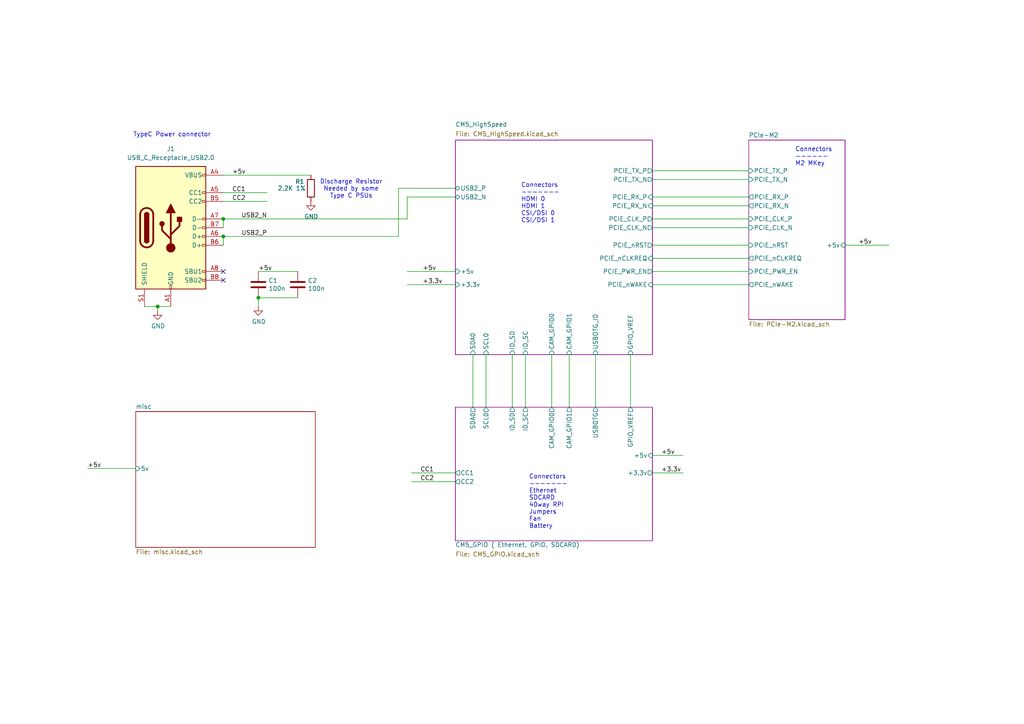
<source format=kicad_sch>
(kicad_sch (version 20231120) (generator "eeschema") (generator_version "8.0")
  (paper "A4")
  (lib_symbols
    (symbol "Connector:USB_C_Receptacle_USB2.0_16P" (pin_names (offset 1.016))
      (property "Reference" "J" (at 0 22.225 0))
      (property "Value" "USB_C_Receptacle_USB2.0_16P" (at 0 19.685 0))
      (symbol "USB_C_Receptacle_USB2.0_16P_0_0"
        (rectangle (start -0.254 -17.78) (end 0.254 -16.764))
        (rectangle (start 10.16 -14.986) (end 9.144 -15.494))
        (rectangle (start 10.16 -12.446) (end 9.144 -12.954))
        (rectangle (start 10.16 -4.826) (end 9.144 -5.334))
        (rectangle (start 10.16 -2.286) (end 9.144 -2.794))
        (rectangle (start 10.16 0.254) (end 9.144 -0.254))
        (rectangle (start 10.16 2.794) (end 9.144 2.286))
        (rectangle (start 10.16 7.874) (end 9.144 7.366))
        (rectangle (start 10.16 10.414) (end 9.144 9.906))
        (rectangle (start 10.16 15.494) (end 9.144 14.986))
      )
      (symbol "USB_C_Receptacle_USB2.0_16P_0_1"
        (rectangle (start -10.16 17.78) (end 10.16 -17.78) (stroke (width 0.254)) (fill (type background)))
        (arc (start -8.89 -3.81) (mid -6.985 -5.7067) (end -5.08 -3.81) (stroke (width 0.508)))
        (arc (start -7.62 -3.81) (mid -6.985 -4.4423) (end -6.35 -3.81) (stroke (width 0.254)))
        (arc (start -7.62 -3.81) (mid -6.985 -4.4423) (end -6.35 -3.81) (stroke (width 0.254)) (fill (type outline)))
        (rectangle (start -7.62 -3.81) (end -6.35 3.81) (stroke (width 0.254)) (fill (type outline)))
        (arc (start -6.35 3.81) (mid -6.985 4.4423) (end -7.62 3.81) (stroke (width 0.254)))
        (arc (start -6.35 3.81) (mid -6.985 4.4423) (end -7.62 3.81) (stroke (width 0.254)) (fill (type outline)))
        (arc (start -5.08 3.81) (mid -6.985 5.7067) (end -8.89 3.81) (stroke (width 0.508)))
        (circle (center -2.54 1.143) (radius 0.635) (stroke (width 0.254)) (fill (type outline)))
        (circle (center 0 -5.842) (radius 1.27) (fill (type outline)))
        (polyline (pts (xy -8.89 -3.81) (xy -8.89 3.81)) (stroke (width 0.508)))
        (polyline (pts (xy -5.08 3.81) (xy -5.08 -3.81)) (stroke (width 0.508)))
        (polyline (pts (xy 0 -5.842) (xy 0 4.318)) (stroke (width 0.508)))
        (polyline (pts (xy 0 -3.302) (xy -2.54 -0.762) (xy -2.54 0.508)) (stroke (width 0.508)))
        (polyline (pts (xy 0 -2.032) (xy 2.54 0.508) (xy 2.54 1.778)) (stroke (width 0.508)))
        (polyline (pts (xy -1.27 4.318) (xy 0 6.858) (xy 1.27 4.318) (xy -1.27 4.318)) (stroke (width 0.254)) (fill (type outline)))
        (rectangle (start 1.905 1.778) (end 3.175 3.048) (stroke (width 0.254)) (fill (type outline)))
      )
      (symbol "USB_C_Receptacle_USB2.0_16P_1_1"
        (pin passive line (at 0 -22.86 90) (length 5.08) (name "GND") (number "A1"))
        (pin passive line (at 0 -22.86 90) (length 5.08) hide (name "GND") (number "A12"))
        (pin passive line (at 15.24 15.24 180) (length 5.08) (name "VBUS") (number "A4"))
        (pin bidirectional line (at 15.24 10.16 180) (length 5.08) (name "CC1") (number "A5"))
        (pin bidirectional line (at 15.24 -2.54 180) (length 5.08) (name "D+") (number "A6"))
        (pin bidirectional line (at 15.24 2.54 180) (length 5.08) (name "D-") (number "A7"))
        (pin bidirectional line (at 15.24 -12.7 180) (length 5.08) (name "SBU1") (number "A8"))
        (pin passive line (at 15.24 15.24 180) (length 5.08) hide (name "VBUS") (number "A9"))
        (pin passive line (at 0 -22.86 90) (length 5.08) hide (name "GND") (number "B1"))
        (pin passive line (at 0 -22.86 90) (length 5.08) hide (name "GND") (number "B12"))
        (pin passive line (at 15.24 15.24 180) (length 5.08) hide (name "VBUS") (number "B4"))
        (pin bidirectional line (at 15.24 7.62 180) (length 5.08) (name "CC2") (number "B5"))
        (pin bidirectional line (at 15.24 -5.08 180) (length 5.08) (name "D+") (number "B6"))
        (pin bidirectional line (at 15.24 0 180) (length 5.08) (name "D-") (number "B7"))
        (pin bidirectional line (at 15.24 -15.24 180) (length 5.08) (name "SBU2") (number "B8"))
        (pin passive line (at 15.24 15.24 180) (length 5.08) hide (name "VBUS") (number "B9"))
        (pin passive line (at -7.62 -22.86 90) (length 5.08) (name "SHIELD") (number "S1"))
      )
    )
    (symbol "Device:C" (pin_numbers hide) (pin_names (offset 0.254))
      (property "Reference" "C" (at 0.635 2.54 0))
      (property "Value" "C" (at 0.635 -2.54 0))
      (symbol "C_0_1"
        (polyline (pts (xy -2.032 -0.762) (xy 2.032 -0.762)) (stroke (width 0.508)))
        (polyline (pts (xy -2.032 0.762) (xy 2.032 0.762)) (stroke (width 0.508)))
      )
      (symbol "C_1_1"
        (pin passive line (at 0 3.81 270) (length 2.794) (name "~") (number "1"))
        (pin passive line (at 0 -3.81 90) (length 2.794) (name "~") (number "2"))
      )
    )
    (symbol "Device:R" (pin_numbers hide) (pin_names (offset 0))
      (property "Reference" "R" (at 2.032 0 90))
      (property "Value" "R" (at 0 0 90))
      (symbol "R_0_1"
        (rectangle (start -1.016 -2.54) (end 1.016 2.54) (stroke (width 0.254)))
      )
      (symbol "R_1_1"
        (pin passive line (at 0 3.81 270) (length 1.27) (name "~") (number "1"))
        (pin passive line (at 0 -3.81 90) (length 1.27) (name "~") (number "2"))
      )
    )
    (symbol "power:GND" (power) (pin_numbers hide) (pin_names (offset 0) hide)
      (property "Value" "GND" (at 0 -3.81 0))
      (symbol "GND_0_1"
        (polyline (pts (xy 0 0) (xy 0 -1.27) (xy 1.27 -1.27) (xy 0 -2.54) (xy -1.27 -1.27) (xy 0 -1.27)))
      )
      (symbol "GND_1_1"
        (pin power_in line (at 0 0 270) (length 0) (name "~") (number "1"))
      )
    )
  )
  (junction (at 64.77 68.58))
  (junction (at 45.72 88.9))
  (junction (at 64.77 63.5))
  (junction (at 74.93 86.36))
  (no_connect (at 64.77 81.28))
  (no_connect (at 64.77 78.74))
  (wire (pts (xy 165.1 102.87) (xy 165.1 118.11)))
  (wire (pts (xy 74.93 78.74) (xy 86.36 78.74)))
  (wire (pts (xy 152.4 102.87) (xy 152.4 118.11)))
  (wire (pts (xy 41.91 88.9) (xy 45.72 88.9)))
  (wire (pts (xy 74.93 86.36) (xy 86.36 86.36)))
  (wire (pts (xy 115.57 54.61) (xy 115.57 68.58)))
  (wire (pts (xy 189.23 59.69) (xy 217.17 59.69)))
  (wire (pts (xy 115.57 54.61) (xy 132.08 54.61)))
  (wire (pts (xy 64.77 50.8) (xy 90.17 50.8)))
  (wire (pts (xy 118.11 57.15) (xy 132.08 57.15)))
  (wire (pts (xy 25.4 135.89) (xy 39.37 135.89)))
  (wire (pts (xy 189.23 52.07) (xy 217.17 52.07)))
  (wire (pts (xy 45.72 90.17) (xy 45.72 88.9)))
  (wire (pts (xy 64.77 55.88) (xy 77.47 55.88)))
  (wire (pts (xy 148.59 102.87) (xy 148.59 118.11)))
  (wire (pts (xy 189.23 66.04) (xy 217.17 66.04)))
  (wire (pts (xy 189.23 137.16) (xy 198.12 137.16)))
  (wire (pts (xy 74.93 86.36) (xy 74.93 88.9)))
  (wire (pts (xy 182.88 102.87) (xy 182.88 118.11)))
  (wire (pts (xy 119.38 137.16) (xy 132.08 137.16)))
  (wire (pts (xy 64.77 68.58) (xy 64.77 71.12)))
  (wire (pts (xy 119.38 139.7) (xy 132.08 139.7)))
  (wire (pts (xy 137.16 102.87) (xy 137.16 118.11)))
  (wire (pts (xy 189.23 57.15) (xy 217.17 57.15)))
  (wire (pts (xy 64.77 63.5) (xy 64.77 66.04)))
  (wire (pts (xy 118.11 78.74) (xy 132.08 78.74)))
  (wire (pts (xy 160.02 102.87) (xy 160.02 118.11)))
  (wire (pts (xy 118.11 63.5) (xy 118.11 57.15)))
  (wire (pts (xy 189.23 132.08) (xy 198.12 132.08)))
  (wire (pts (xy 45.72 88.9) (xy 49.53 88.9)))
  (wire (pts (xy 189.23 78.74) (xy 217.17 78.74)))
  (wire (pts (xy 64.77 58.42) (xy 77.47 58.42)))
  (wire (pts (xy 140.97 102.87) (xy 140.97 118.11)))
  (wire (pts (xy 64.77 68.58) (xy 115.57 68.58)))
  (wire (pts (xy 189.23 49.53) (xy 217.17 49.53)))
  (wire (pts (xy 189.23 74.93) (xy 217.17 74.93)))
  (wire (pts (xy 245.11 71.12) (xy 257.81 71.12)))
  (wire (pts (xy 189.23 63.5) (xy 217.17 63.5)))
  (wire (pts (xy 118.11 82.55) (xy 132.08 82.55)))
  (wire (pts (xy 64.77 63.5) (xy 118.11 63.5)))
  (wire (pts (xy 189.23 71.12) (xy 217.17 71.12)))
  (wire (pts (xy 189.23 82.55) (xy 217.17 82.55)))
  (wire (pts (xy 172.72 102.87) (xy 172.72 118.11)))
  (text "Connectors\n-------\nEthernet\nSDCARD\n40way RPI\nJumpers\nFan\nBattery" (at 153.416 153.416 0) (effects (font (size 1.27 1.27)) (justify left bottom)))
  (text "Connectors\n-------\nHDMI 0\nHDMI 1\nCSI/DSI 0\nCSI/DSI 1" (at 151.13 64.77 0) (effects (font (size 1.27 1.27)) (justify left bottom)))
  (text "Connectors\n------\nM2 MKey" (at 230.632 48.26 0) (effects (font (size 1.27 1.27)) (justify left bottom)))
  (text "TypeC Power connector" (at 38.608 39.878 0) (effects (font (size 1.27 1.27)) (justify left bottom)))
  (text "Discharge Resistor\nNeeded by some\nType C PSUs" (at 101.854 54.864 0) (effects (font (size 1.27 1.27))))
  (label "CC1" (at 121.92 137.16 0))
  (label "+5v" (at 25.4 135.89 0))
  (label "USB2_P" (at 77.47 68.58 180))
  (label "+5v" (at 74.93 78.74 0))
  (label "CC2" (at 121.92 139.7 0))
  (label "CC1" (at 67.31 55.88 0))
  (label "+3.3v" (at 122.555 82.55 0))
  (label "USB2_N" (at 77.47 63.5 180))
  (label "+5v" (at 191.77 132.08 0))
  (label "+5v" (at 248.92 71.12 0))
  (label "+5v" (at 122.555 78.74 0))
  (label "CC2" (at 67.31 58.42 0))
  (label "+5v" (at 67.31 50.8 0))
  (label "+3.3v" (at 191.77 137.16 0))
  (symbol (lib_id "power:GND") (at 45.72 90.17 0) (unit 1)
    (property "Reference" "#PWR01" (effects (hide yes)))
    (property "Value" "GND" (at 45.847 94.5642 0))
    (property "Description" "Power symbol creates a global label with name \"GND\" , ground" (effects (hide yes)))
  )
  (symbol (lib_id "Connector:USB_C_Receptacle_USB2.0_16P") (at 49.53 66.04 0) (unit 1)
    (property "Reference" "J1" (at 49.53 43.18 0))
    (property "Value" "USB_C_Receptacle_USB2.0" (at 49.53 45.72 0))
    (property "Footprint" "Connector_USB:USB_C_Receptacle_GCT_USB4105-xx-A_16P_TopMnt_Horizontal" (effects (hide yes)))
    (property "Datasheet" "https://www.usb.org/sites/default/files/documents/usb_type-c.zip" (effects (hide yes)))
    (property "Field5" "USBF31-0171" (effects (hide yes)))
    (property "Field6" "USBF31-0171" (effects (hide yes)))
    (property "Field7" "MTCONN" (effects (hide yes)))
    (property "Part Description" "USBC USB2 data and power connector" (effects (hide yes)))
  )
  (symbol (lib_id "power:GND") (at 90.17 58.42 0) (unit 1)
    (property "Reference" "#PWR03" (effects (hide yes)))
    (property "Value" "GND" (at 90.297 62.8142 0))
    (property "Description" "Power symbol creates a global label with name \"GND\" , ground" (effects (hide yes)))
  )
  (symbol (lib_id "power:GND") (at 74.93 88.9 0) (unit 1)
    (property "Reference" "#PWR02" (effects (hide yes)))
    (property "Value" "GND" (at 75.057 93.2942 0))
    (property "Description" "Power symbol creates a global label with name \"GND\" , ground" (effects (hide yes)))
  )
  (symbol (lib_id "Device:R") (at 90.17 54.61 0) (unit 1)
    (property "Reference" "R1" (at 85.598 52.705 0) (effects (justify left)))
    (property "Value" "2.2K 1%" (at 80.518 54.61 0) (effects (justify left)))
    (property "Footprint" "Resistor_SMD:R_0402_1005Metric" (effects (hide yes)))
    (property "Datasheet" "https://fscdn.rohm.com/en/products/databook/datasheet/passive/resistor/chip_resistor/mcr-e.pdf" (effects (hide yes)))
    (property "Field4" "Farnell" (effects (hide yes)))
    (property "Part Description" "Resistor 2.2K M1005 1% 63mW" (effects (hide yes)))
  )
  (symbol (lib_id "Device:C") (at 74.93 82.55 0) (unit 1)
    (property "Reference" "C1" (at 77.851 81.3816 0) (effects (justify left)))
    (property "Value" "100n" (at 77.851 83.693 0) (effects (justify left)))
    (property "Footprint" "Capacitor_SMD:C_0805_2012Metric_Pad1.18x1.45mm_HandSolder" (effects (hide yes)))
    (property "Field4" "Farnell" (effects (hide yes)))
    (property "Field5" "2611911" (effects (hide yes)))
    (property "Field6" "RM EMK105 B7104KV-F" (effects (hide yes)))
    (property "Field7" "TAIYO YUDEN EUROPE GMBH" (effects (hide yes)))
    (property "Field8" "110091611" (effects (hide yes)))
    (property "Part Description" "	0.1uF 10% 16V Ceramic Capacitor X7R 0402 (1005 Metric)" (effects (hide yes)))
    (property "digikey" "1276-1003-1-ND" (effects (hide yes)))
  )
  (symbol (lib_id "Device:C") (at 86.36 82.55 0) (unit 1)
    (property "Reference" "C2" (at 89.281 81.3816 0) (effects (justify left)))
    (property "Value" "100n" (at 89.281 83.693 0) (effects (justify left)))
    (property "Footprint" "Capacitor_SMD:C_0805_2012Metric_Pad1.18x1.45mm_HandSolder" (effects (hide yes)))
    (property "Field4" "Farnell" (effects (hide yes)))
    (property "Field5" "2611911" (effects (hide yes)))
    (property "Field6" "RM EMK105 B7104KV-F" (effects (hide yes)))
    (property "Field7" "TAIYO YUDEN EUROPE GMBH" (effects (hide yes)))
    (property "Field8" "110091611" (effects (hide yes)))
    (property "Part Description" "	0.1uF 10% 16V Ceramic Capacitor X7R 0402 (1005 Metric)" (effects (hide yes)))
    (property "digikey" "1276-1003-1-ND" (effects (hide yes)))
  )
  (sheet (at 39.37 119.38) (size 52.07 39.37) (stroke (width 0.1524))
    (property "Sheetname" "misc" (at 39.37 118.6684 0) (effects (justify left bottom)))
    (property "Sheetfile" "misc.kicad_sch" (at 39.37 159.3346 0) (effects (justify left top)))
    (pin "5v" input (at 39.37 135.89 180))
  )
  (sheet (at 132.08 40.64) (size 57.15 62.23) (stroke (width 0.1524) (color 132 0 132 1)) (fill (color 255 255 255 0.0000))
    (property "Sheetname" "CM5_HighSpeed" (at 132.08 36.83 0) (effects (justify left bottom)))
    (property "Sheetfile" "CM5_HighSpeed.kicad_sch" (at 132.08 38.1 0) (effects (justify left top)))
    (pin "USB2_N" bidirectional (at 132.08 57.15 180))
    (pin "USB2_P" bidirectional (at 132.08 54.61 180))
    (pin "ID_SC" input (at 152.4 102.87 270))
    (pin "ID_SD" input (at 148.59 102.87 270))
    (pin "SCL0" input (at 140.97 102.87 270))
    (pin "SDA0" input (at 137.16 102.87 270))
    (pin "+5v" input (at 132.08 78.74 180))
    (pin "PCIE_CLK_P" output (at 189.23 63.5 0))
    (pin "PCIE_CLK_N" output (at 189.23 66.04 0))
    (pin "PCIE_TX_P" output (at 189.23 49.53 0))
    (pin "PCIE_TX_N" output (at 189.23 52.07 0))
    (pin "PCIE_nRST" output (at 189.23 71.12 0))
    (pin "PCIE_RX_P" input (at 189.23 57.15 0))
    (pin "PCIE_RX_N" input (at 189.23 59.69 0))
    (pin "PCIE_nCLKREQ" input (at 189.23 74.93 0))
    (pin "+3.3v" input (at 132.08 82.55 180))
    (pin "USBOTG_ID" input (at 172.72 102.87 270))
    (pin "GPIO_VREF" input (at 182.88 102.87 270))
    (pin "PCIE_PWR_EN" output (at 189.23 78.74 0))
    (pin "PCIE_nWAKE" input (at 189.23 82.55 0))
    (pin "CAM_GPIO0" input (at 160.02 102.87 270))
    (pin "CAM_GPIO1" input (at 165.1 102.87 270))
  )
  (sheet (at 217.17 40.64) (size 27.94 52.07) (stroke (width 0.152) (color 132 0 132 1)) (fill (color 255 255 255 0.0000))
    (property "Sheetname" "PCIe-M2" (at 217.17 39.9286 0) (effects (justify left bottom)))
    (property "Sheetfile" "PCIe-M2.kicad_sch" (at 217.17 93.2944 0) (effects (justify left top)))
    (pin "PCIE_CLK_P" input (at 217.17 63.5 180))
    (pin "PCIE_CLK_N" input (at 217.17 66.04 180))
    (pin "PCIE_TX_P" input (at 217.17 49.53 180))
    (pin "PCIE_TX_N" input (at 217.17 52.07 180))
    (pin "PCIE_nCLKREQ" output (at 217.17 74.93 180))
    (pin "PCIE_nRST" input (at 217.17 71.12 180))
    (pin "PCIE_RX_P" output (at 217.17 57.15 180))
    (pin "PCIE_RX_N" output (at 217.17 59.69 180))
    (pin "+5v" input (at 245.11 71.12 0))
    (pin "PCIE_PWR_EN" input (at 217.17 78.74 180))
    (pin "PCIE_nWAKE" output (at 217.17 82.55 180))
  )
  (sheet (at 132.08 118.11) (size 57.15 38.735) (stroke (width 0.1524) (color 132 0 132 1)) (fill (color 255 255 255 0.0000))
    (property "Sheetname" "CM5_GPIO ( Ethernet, GPIO, SDCARD)" (at 132.08 158.75 0) (effects (justify left bottom)))
    (property "Sheetfile" "CM5_GPIO.kicad_sch" (at 132.08 160.02 0) (effects (justify left top)))
    (pin "ID_SC" output (at 152.4 118.11 90))
    (pin "ID_SD" output (at 148.59 118.11 90))
    (pin "SCL0" output (at 140.97 118.11 90))
    (pin "SDA0" output (at 137.16 118.11 90))
    (pin "+5v" input (at 189.23 132.08 0))
    (pin "+3.3v" output (at 189.23 137.16 0))
    (pin "GPIO_VREF" output (at 182.88 118.11 90))
    (pin "CAM_GPIO0" output (at 160.02 118.11 90))
    (pin "CAM_GPIO1" output (at 165.1 118.11 90))
    (pin "CC1" output (at 132.08 137.16 180))
    (pin "USBOTG" output (at 172.72 118.11 90))
    (pin "CC2" output (at 132.08 139.7 180))
  )
)
</source>
